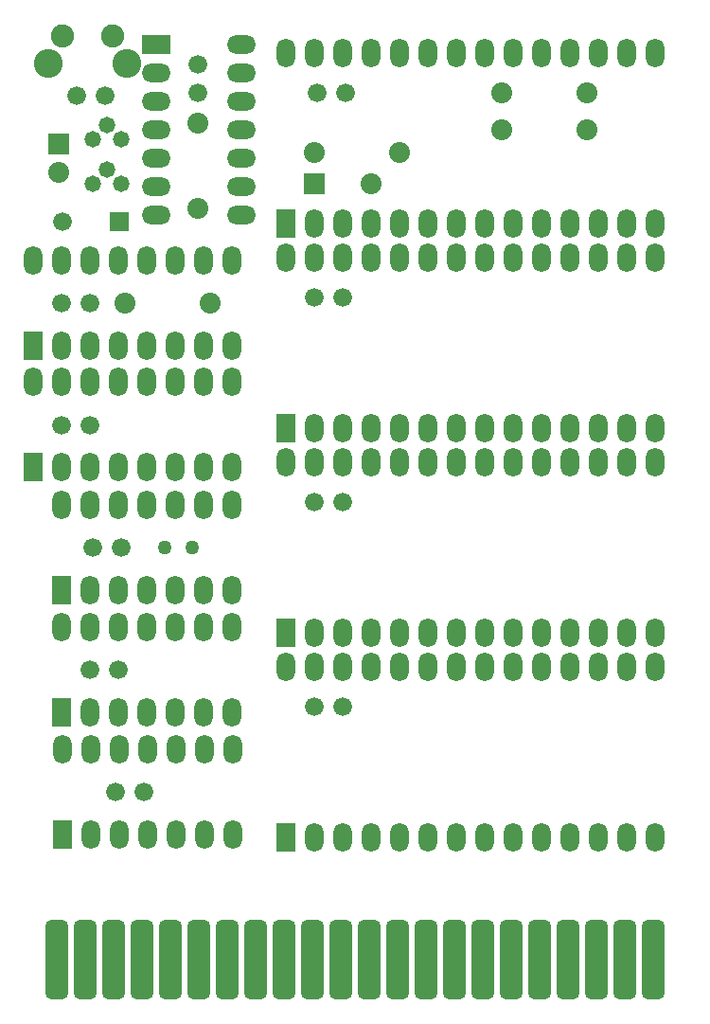
<source format=gts>
G04*
G04 #@! TF.GenerationSoftware,Altium Limited,Altium Designer,21.0.9 (235)*
G04*
G04 Layer_Color=8388736*
%FSLAX25Y25*%
%MOIN*%
G70*
G04*
G04 #@! TF.SameCoordinates,DA681587-9272-4415-864D-094138AC6A8E*
G04*
G04*
G04 #@! TF.FilePolarity,Negative*
G04*
G01*
G75*
G04:AMPARAMS|DCode=14|XSize=81.73mil|YSize=278.58mil|CornerRadius=21.18mil|HoleSize=0mil|Usage=FLASHONLY|Rotation=0.000|XOffset=0mil|YOffset=0mil|HoleType=Round|Shape=RoundedRectangle|*
%AMROUNDEDRECTD14*
21,1,0.08173,0.23622,0,0,0.0*
21,1,0.03937,0.27858,0,0,0.0*
1,1,0.04236,0.01968,-0.11811*
1,1,0.04236,-0.01968,-0.11811*
1,1,0.04236,-0.01968,0.11811*
1,1,0.04236,0.01968,0.11811*
%
%ADD14ROUNDEDRECTD14*%
%ADD15R,0.06598X0.10142*%
%ADD16O,0.06598X0.10142*%
%ADD17R,0.10142X0.06598*%
%ADD18O,0.10142X0.06598*%
%ADD19C,0.07386*%
%ADD20C,0.06598*%
%ADD21R,0.06598X0.06598*%
%ADD22R,0.07386X0.07386*%
%ADD23C,0.08173*%
%ADD24C,0.10142*%
%ADD25C,0.05811*%
%ADD26R,0.07386X0.07386*%
%ADD27C,0.05024*%
D14*
X9200Y16000D02*
D03*
X19200D02*
D03*
X29200D02*
D03*
X39200D02*
D03*
X49200D02*
D03*
X59200D02*
D03*
X69200D02*
D03*
X79200D02*
D03*
X89200D02*
D03*
X99200D02*
D03*
X109200D02*
D03*
X119200D02*
D03*
X129200D02*
D03*
X139200D02*
D03*
X149200D02*
D03*
X159200D02*
D03*
X169200D02*
D03*
X179200D02*
D03*
X189200D02*
D03*
X199200D02*
D03*
X209200D02*
D03*
X219200D02*
D03*
D15*
X90000Y131000D02*
D03*
X11035Y60000D02*
D03*
X90000Y275000D02*
D03*
X1000Y232000D02*
D03*
X90000Y59000D02*
D03*
Y203000D02*
D03*
X1000Y189228D02*
D03*
X11000Y103000D02*
D03*
Y146000D02*
D03*
D16*
X100000Y131000D02*
D03*
X110000D02*
D03*
X120000D02*
D03*
X130000D02*
D03*
X140000D02*
D03*
X150000D02*
D03*
X160000D02*
D03*
X170000D02*
D03*
X180000D02*
D03*
X190000D02*
D03*
X200000D02*
D03*
X210000D02*
D03*
X220000D02*
D03*
X90000Y191000D02*
D03*
X100000D02*
D03*
X110000D02*
D03*
X120000D02*
D03*
X130000D02*
D03*
X140000D02*
D03*
X150000D02*
D03*
X160000D02*
D03*
X170000D02*
D03*
X180000D02*
D03*
X190000D02*
D03*
X200000D02*
D03*
X210000D02*
D03*
X220000D02*
D03*
X21035Y60000D02*
D03*
X31035D02*
D03*
X41035D02*
D03*
X51035D02*
D03*
X61035D02*
D03*
X71035D02*
D03*
X11035Y90000D02*
D03*
X21035D02*
D03*
X31035D02*
D03*
X41035D02*
D03*
X51035D02*
D03*
X61035D02*
D03*
X71035D02*
D03*
X100000Y275000D02*
D03*
X110000D02*
D03*
X120000D02*
D03*
X130000D02*
D03*
X140000D02*
D03*
X150000D02*
D03*
X160000D02*
D03*
X170000D02*
D03*
X180000D02*
D03*
X190000D02*
D03*
X200000D02*
D03*
X210000D02*
D03*
X220000D02*
D03*
X90000Y335000D02*
D03*
X100000D02*
D03*
X110000D02*
D03*
X120000D02*
D03*
X130000D02*
D03*
X140000D02*
D03*
X150000D02*
D03*
X160000D02*
D03*
X170000D02*
D03*
X180000D02*
D03*
X190000D02*
D03*
X200000D02*
D03*
X210000D02*
D03*
X220000D02*
D03*
X71000Y232000D02*
D03*
Y262000D02*
D03*
X61000D02*
D03*
X51000D02*
D03*
X41000D02*
D03*
X31000D02*
D03*
X21000D02*
D03*
X61000Y232000D02*
D03*
X51000D02*
D03*
X41000D02*
D03*
X31000D02*
D03*
X21000D02*
D03*
X11000D02*
D03*
Y262000D02*
D03*
X1000D02*
D03*
X100000Y59000D02*
D03*
X110000D02*
D03*
X120000D02*
D03*
X130000D02*
D03*
X140000D02*
D03*
X150000D02*
D03*
X160000D02*
D03*
X170000D02*
D03*
X180000D02*
D03*
X190000D02*
D03*
X200000D02*
D03*
X210000D02*
D03*
X220000D02*
D03*
X90000Y119000D02*
D03*
X100000D02*
D03*
X110000D02*
D03*
X120000D02*
D03*
X130000D02*
D03*
X140000D02*
D03*
X150000D02*
D03*
X160000D02*
D03*
X170000D02*
D03*
X180000D02*
D03*
X190000D02*
D03*
X200000D02*
D03*
X210000D02*
D03*
X220000D02*
D03*
X100000Y203000D02*
D03*
X110000D02*
D03*
X120000D02*
D03*
X130000D02*
D03*
X140000D02*
D03*
X150000D02*
D03*
X160000D02*
D03*
X170000D02*
D03*
X180000D02*
D03*
X190000D02*
D03*
X200000D02*
D03*
X210000D02*
D03*
X220000D02*
D03*
X90000Y263000D02*
D03*
X100000D02*
D03*
X110000D02*
D03*
X120000D02*
D03*
X130000D02*
D03*
X140000D02*
D03*
X150000D02*
D03*
X160000D02*
D03*
X170000D02*
D03*
X180000D02*
D03*
X190000D02*
D03*
X200000D02*
D03*
X210000D02*
D03*
X220000D02*
D03*
X71000Y189228D02*
D03*
Y219228D02*
D03*
X61000D02*
D03*
X51000D02*
D03*
X41000D02*
D03*
X31000D02*
D03*
X21000D02*
D03*
X61000Y189228D02*
D03*
X51000D02*
D03*
X41000D02*
D03*
X31000D02*
D03*
X21000D02*
D03*
X11000D02*
D03*
Y219228D02*
D03*
X1000D02*
D03*
X21000Y103000D02*
D03*
X31000D02*
D03*
X41000D02*
D03*
X51000D02*
D03*
X61000D02*
D03*
X71000D02*
D03*
X11000Y133000D02*
D03*
X21000D02*
D03*
X31000D02*
D03*
X41000D02*
D03*
X51000D02*
D03*
X61000D02*
D03*
X71000D02*
D03*
X21000Y146000D02*
D03*
X31000D02*
D03*
X41000D02*
D03*
X51000D02*
D03*
X61000D02*
D03*
X71000D02*
D03*
X11000Y176000D02*
D03*
X21000D02*
D03*
X31000D02*
D03*
X41000D02*
D03*
X51000D02*
D03*
X61000D02*
D03*
X71000D02*
D03*
D17*
X44150Y338000D02*
D03*
D18*
Y328000D02*
D03*
Y318000D02*
D03*
Y308000D02*
D03*
Y298000D02*
D03*
Y288000D02*
D03*
Y278000D02*
D03*
X74150Y338000D02*
D03*
Y328000D02*
D03*
Y318000D02*
D03*
Y308000D02*
D03*
Y298000D02*
D03*
Y288000D02*
D03*
Y278000D02*
D03*
D19*
X166000Y321000D02*
D03*
X196000D02*
D03*
X120000Y289000D02*
D03*
X166000Y308000D02*
D03*
X196000D02*
D03*
X33227Y247000D02*
D03*
X63227D02*
D03*
X100000Y300000D02*
D03*
X130000D02*
D03*
X10000Y293000D02*
D03*
X59000Y310227D02*
D03*
Y280227D02*
D03*
D20*
X11051Y275772D02*
D03*
X16216Y320150D02*
D03*
X26216D02*
D03*
X59000Y321150D02*
D03*
Y331150D02*
D03*
X21000Y247000D02*
D03*
X11000D02*
D03*
X21000Y204000D02*
D03*
X11000D02*
D03*
X32000Y161000D02*
D03*
X22000D02*
D03*
X31000Y118000D02*
D03*
X21000D02*
D03*
X40000Y75000D02*
D03*
X30000D02*
D03*
X110000Y105000D02*
D03*
X100000D02*
D03*
X110000Y177000D02*
D03*
X100000D02*
D03*
X110000Y249000D02*
D03*
X100000D02*
D03*
X111000Y321000D02*
D03*
X101000D02*
D03*
D21*
X31051Y275773D02*
D03*
D22*
X100000Y289000D02*
D03*
D23*
X11283Y341000D02*
D03*
X29000D02*
D03*
D24*
X6342Y331197D02*
D03*
X33941Y331500D02*
D03*
D25*
X32000Y289000D02*
D03*
X27000Y294000D02*
D03*
X22000Y289000D02*
D03*
Y304850D02*
D03*
X27000Y309850D02*
D03*
X32000Y304850D02*
D03*
D26*
X10000Y303000D02*
D03*
D27*
X57000Y161000D02*
D03*
X47157D02*
D03*
M02*

</source>
